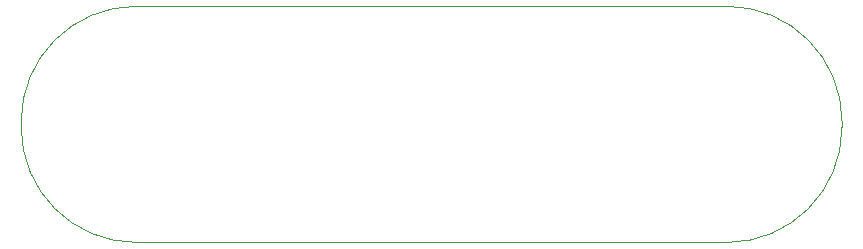
<source format=gbr>
%TF.GenerationSoftware,KiCad,Pcbnew,7.0.5*%
%TF.CreationDate,2023-07-30T13:58:33+02:00*%
%TF.ProjectId,Teensy_TNC_Fronten_front,5465656e-7379-45f5-944e-435f46726f6e,rev?*%
%TF.SameCoordinates,Original*%
%TF.FileFunction,Profile,NP*%
%FSLAX46Y46*%
G04 Gerber Fmt 4.6, Leading zero omitted, Abs format (unit mm)*
G04 Created by KiCad (PCBNEW 7.0.5) date 2023-07-30 13:58:33*
%MOMM*%
%LPD*%
G01*
G04 APERTURE LIST*
%TA.AperFunction,Profile*%
%ADD10C,0.100000*%
%TD*%
G04 APERTURE END LIST*
D10*
X59750000Y0D02*
G75*
G03*
X69500000Y9750000I0J9750000D01*
G01*
X69500000Y10250000D02*
X69500000Y9750000D01*
X0Y9750000D02*
G75*
G03*
X9750000Y0I9750000J0D01*
G01*
X9750000Y20000000D02*
G75*
G03*
X0Y10250000I0J-9750000D01*
G01*
X69500000Y10250000D02*
G75*
G03*
X59750000Y20000000I-9750000J0D01*
G01*
X9750000Y0D02*
X59750000Y0D01*
X0Y10250000D02*
X0Y9750000D01*
X9750000Y20000000D02*
X59750000Y20000000D01*
M02*

</source>
